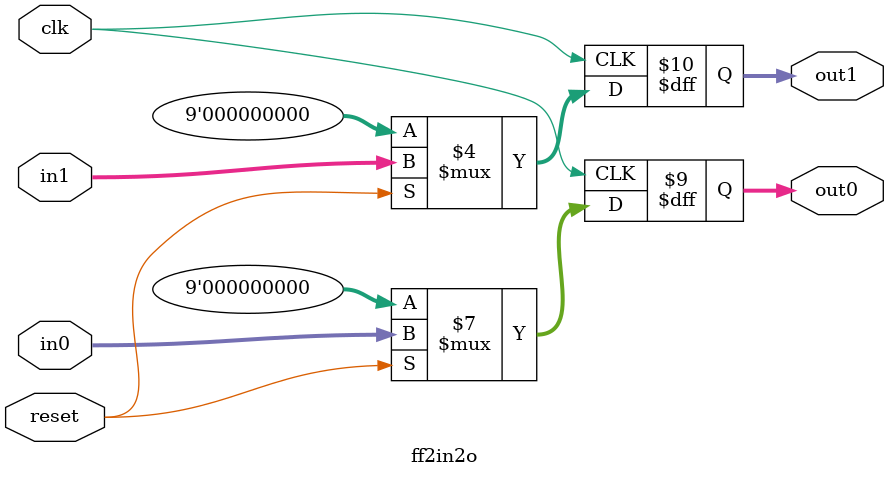
<source format=v>


  module ff2in2o(
      input clk,
      input reset,
      // Inputs, are 2
      input wire [8:0] in0,
      input wire [8:0] in1,
      // Outputs, are 2
      output reg [8:0] out0,
      output reg [8:0] out1
  );
  // Each positive edge of the clock make these changes
  always @(posedge clk)
  //If this happens on a positive edge of the clock, make the following changes for the next clock edge
  begin
    // Reset synchronous
    if (reset == 0) // If reset in LOW nonblobking assing zero
    begin
      out0 <= 0;
      out1 <= 0;
    end // end if
    else begin // reset  == 1
      out0 <= in0;
      out1 <= in1;
    end // end else
  end // end always posedge clk

endmodule

// Local Variables:
// verilog-library-directories:("."):
// End:

</source>
